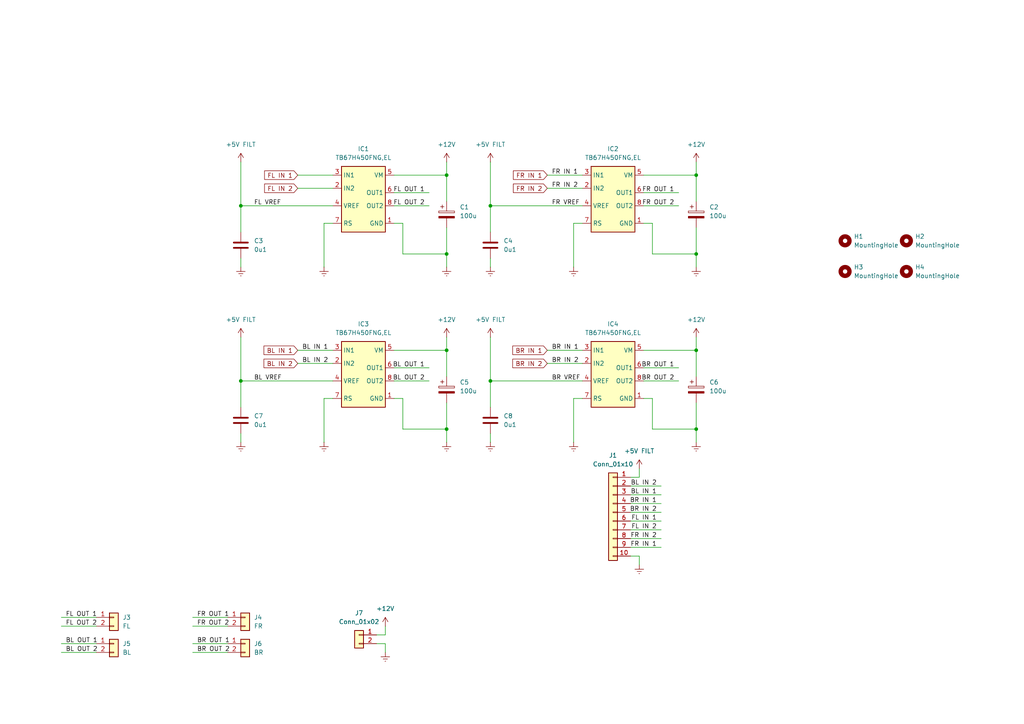
<source format=kicad_sch>
(kicad_sch (version 20231120) (generator "eeschema") (generator_version "8.0")
  (paper "A4")
  (lib_symbols
    (symbol "Connector_Generic:Conn_01x02" (pin_names (offset 1.016) hide)
      (property "Reference" "J" (at 0 2.54 0))
      (property "Value" "Conn_01x02" (at 0 -5.08 0))
      (symbol "Conn_01x02_1_1"
        (rectangle (start -1.27 -2.413) (end 0 -2.667) (stroke (width 0.1524)))
        (rectangle (start -1.27 0.127) (end 0 -0.127) (stroke (width 0.1524)))
        (rectangle (start -1.27 1.27) (end 1.27 -3.81) (stroke (width 0.254)) (fill (type background)))
        (pin passive line (at -5.08 0 0) (length 3.81) (name "Pin_1") (number "1"))
        (pin passive line (at -5.08 -2.54 0) (length 3.81) (name "Pin_2") (number "2"))
      )
    )
    (symbol "Connector_Generic:Conn_01x10" (pin_names (offset 1.016) hide)
      (property "Reference" "J" (at 0 12.7 0))
      (property "Value" "Conn_01x10" (at 0 -15.24 0))
      (symbol "Conn_01x10_1_1"
        (rectangle (start -1.27 -12.573) (end 0 -12.827) (stroke (width 0.1524)))
        (rectangle (start -1.27 -10.033) (end 0 -10.287) (stroke (width 0.1524)))
        (rectangle (start -1.27 -7.493) (end 0 -7.747) (stroke (width 0.1524)))
        (rectangle (start -1.27 -4.953) (end 0 -5.207) (stroke (width 0.1524)))
        (rectangle (start -1.27 -2.413) (end 0 -2.667) (stroke (width 0.1524)))
        (rectangle (start -1.27 0.127) (end 0 -0.127) (stroke (width 0.1524)))
        (rectangle (start -1.27 2.667) (end 0 2.413) (stroke (width 0.1524)))
        (rectangle (start -1.27 5.207) (end 0 4.953) (stroke (width 0.1524)))
        (rectangle (start -1.27 7.747) (end 0 7.493) (stroke (width 0.1524)))
        (rectangle (start -1.27 10.287) (end 0 10.033) (stroke (width 0.1524)))
        (rectangle (start -1.27 11.43) (end 1.27 -13.97) (stroke (width 0.254)) (fill (type background)))
        (pin passive line (at -5.08 10.16 0) (length 3.81) (name "Pin_1") (number "1"))
        (pin passive line (at -5.08 -12.7 0) (length 3.81) (name "Pin_10") (number "10"))
        (pin passive line (at -5.08 7.62 0) (length 3.81) (name "Pin_2") (number "2"))
        (pin passive line (at -5.08 5.08 0) (length 3.81) (name "Pin_3") (number "3"))
        (pin passive line (at -5.08 2.54 0) (length 3.81) (name "Pin_4") (number "4"))
        (pin passive line (at -5.08 0 0) (length 3.81) (name "Pin_5") (number "5"))
        (pin passive line (at -5.08 -2.54 0) (length 3.81) (name "Pin_6") (number "6"))
        (pin passive line (at -5.08 -5.08 0) (length 3.81) (name "Pin_7") (number "7"))
        (pin passive line (at -5.08 -7.62 0) (length 3.81) (name "Pin_8") (number "8"))
        (pin passive line (at -5.08 -10.16 0) (length 3.81) (name "Pin_9") (number "9"))
      )
    )
    (symbol "Device:C" (pin_numbers hide) (pin_names (offset 0.254))
      (property "Reference" "C" (at 0.635 2.54 0))
      (property "Value" "C" (at 0.635 -2.54 0))
      (symbol "C_0_1"
        (polyline (pts (xy -2.032 -0.762) (xy 2.032 -0.762)) (stroke (width 0.508)))
        (polyline (pts (xy -2.032 0.762) (xy 2.032 0.762)) (stroke (width 0.508)))
      )
      (symbol "C_1_1"
        (pin passive line (at 0 3.81 270) (length 2.794) (name "~") (number "1"))
        (pin passive line (at 0 -3.81 90) (length 2.794) (name "~") (number "2"))
      )
    )
    (symbol "Device:C_Polarized" (pin_numbers hide) (pin_names (offset 0.254))
      (property "Reference" "C" (at 0.635 2.54 0))
      (property "Value" "C_Polarized" (at 0.635 -2.54 0))
      (symbol "C_Polarized_0_1"
        (rectangle (start -2.286 0.508) (end 2.286 1.016))
        (polyline (pts (xy -1.778 2.286) (xy -0.762 2.286)))
        (polyline (pts (xy -1.27 2.794) (xy -1.27 1.778)))
        (rectangle (start 2.286 -0.508) (end -2.286 -1.016) (fill (type outline)))
      )
      (symbol "C_Polarized_1_1"
        (pin passive line (at 0 3.81 270) (length 2.794) (name "~") (number "1"))
        (pin passive line (at 0 -3.81 90) (length 2.794) (name "~") (number "2"))
      )
    )
    (symbol "Mechanical:MountingHole" (pin_names (offset 1.016)) (exclude_from_sim yes) (in_bom no)
      (property "Reference" "H" (at 0 5.08 0))
      (property "Value" "MountingHole" (at 0 3.175 0))
      (symbol "MountingHole_0_1"
        (circle (center 0 0) (radius 1.27) (stroke (width 1.27)))
      )
    )
    (symbol "power:+12V" (power) (pin_numbers hide) (pin_names (offset 0) hide)
      (property "Value" "+12V" (at 0 3.556 0))
      (symbol "+12V_0_1"
        (polyline (pts (xy -0.762 1.27) (xy 0 2.54)))
        (polyline (pts (xy 0 0) (xy 0 2.54)))
        (polyline (pts (xy 0 2.54) (xy 0.762 1.27)))
      )
      (symbol "+12V_1_1"
        (pin power_in line (at 0 0 90) (length 0) (name "~") (number "1"))
      )
    )
    (symbol "power:+5V" (power) (pin_numbers hide) (pin_names (offset 0) hide)
      (property "Value" "+5V" (at 0 3.556 0))
      (symbol "+5V_0_1"
        (polyline (pts (xy -0.762 1.27) (xy 0 2.54)))
        (polyline (pts (xy 0 0) (xy 0 2.54)))
        (polyline (pts (xy 0 2.54) (xy 0.762 1.27)))
      )
      (symbol "+5V_1_1"
        (pin power_in line (at 0 0 90) (length 0) (name "~") (number "1"))
      )
    )
    (symbol "power:GNDREF" (power) (pin_numbers hide) (pin_names (offset 0) hide)
      (property "Value" "GNDREF" (at 0 -3.81 0))
      (symbol "GNDREF_0_1"
        (polyline (pts (xy -0.635 -1.905) (xy 0.635 -1.905)))
        (polyline (pts (xy -0.127 -2.54) (xy 0.127 -2.54)))
        (polyline (pts (xy 0 -1.27) (xy 0 0)))
        (polyline (pts (xy 1.27 -1.27) (xy -1.27 -1.27)))
      )
      (symbol "GNDREF_1_1"
        (pin power_in line (at 0 0 270) (length 0) (name "~") (number "1"))
      )
    )
    (symbol "vincent:TB67H450FNG,EL"
      (property "Reference" "IC" (at 2.54 7.366 0))
      (property "Value" "TB67H450FNG,EL" (at 2.54 4.826 0))
      (symbol "TB67H450FNG,EL_1_1"
        (rectangle (start 2.54 2.54) (end 15.24 -16.51) (stroke (width 0.254)) (fill (type background)))
        (pin passive line (at 17.78 -13.97 180) (length 2.54) (name "GND") (number "1"))
        (pin passive line (at 0 -3.81 0) (length 2.54) (name "IN2") (number "2"))
        (pin passive line (at 0 0 0) (length 2.54) (name "IN1") (number "3"))
        (pin passive line (at 0 -8.89 0) (length 2.54) (name "VREF") (number "4"))
        (pin passive line (at 17.78 0 180) (length 2.54) (name "VM") (number "5"))
        (pin passive line (at 17.78 -5.08 180) (length 2.54) (name "OUT1") (number "6"))
        (pin passive line (at 0 -13.97 0) (length 2.54) (name "RS") (number "7"))
        (pin passive line (at 17.78 -8.89 180) (length 2.54) (name "OUT2") (number "8"))
        (pin passive line (at 17.78 -13.97 180) (length 2.54) hide (name "EP") (number "9"))
      )
    )
  )
  (junction (at 69.85 110.49))
  (junction (at 129.54 101.6))
  (junction (at 201.93 50.8))
  (junction (at 201.93 101.6))
  (junction (at 129.54 124.46))
  (junction (at 201.93 73.66))
  (junction (at 69.85 59.69))
  (junction (at 142.24 59.69))
  (junction (at 142.24 110.49))
  (junction (at 129.54 50.8))
  (junction (at 201.93 124.46))
  (junction (at 129.54 73.66))
  (wire (pts (xy 191.77 156.21) (xy 182.88 156.21)))
  (wire (pts (xy 189.23 73.66) (xy 201.93 73.66)))
  (wire (pts (xy 201.93 97.79) (xy 201.93 101.6)))
  (wire (pts (xy 168.91 50.8) (xy 158.75 50.8)))
  (wire (pts (xy 189.23 73.66) (xy 189.23 64.77)))
  (wire (pts (xy 201.93 109.22) (xy 201.93 101.6)))
  (wire (pts (xy 69.85 110.49) (xy 69.85 118.11)))
  (wire (pts (xy 55.88 181.61) (xy 66.04 181.61)))
  (wire (pts (xy 201.93 116.84) (xy 201.93 124.46)))
  (wire (pts (xy 142.24 110.49) (xy 142.24 118.11)))
  (wire (pts (xy 129.54 97.79) (xy 129.54 101.6)))
  (wire (pts (xy 69.85 46.99) (xy 69.85 59.69)))
  (wire (pts (xy 201.93 58.42) (xy 201.93 50.8)))
  (wire (pts (xy 55.88 179.07) (xy 66.04 179.07)))
  (wire (pts (xy 185.42 161.29) (xy 185.42 163.83)))
  (wire (pts (xy 129.54 73.66) (xy 129.54 77.47)))
  (wire (pts (xy 142.24 74.93) (xy 142.24 77.47)))
  (wire (pts (xy 96.52 54.61) (xy 86.36 54.61)))
  (wire (pts (xy 129.54 46.99) (xy 129.54 50.8)))
  (wire (pts (xy 116.84 73.66) (xy 116.84 64.77)))
  (wire (pts (xy 55.88 186.69) (xy 66.04 186.69)))
  (wire (pts (xy 142.24 125.73) (xy 142.24 128.27)))
  (wire (pts (xy 69.85 125.73) (xy 69.85 128.27)))
  (wire (pts (xy 96.52 115.57) (xy 93.98 115.57)))
  (wire (pts (xy 17.78 181.61) (xy 27.94 181.61)))
  (wire (pts (xy 129.54 66.04) (xy 129.54 73.66)))
  (wire (pts (xy 166.37 64.77) (xy 166.37 77.47)))
  (wire (pts (xy 69.85 110.49) (xy 96.52 110.49)))
  (wire (pts (xy 189.23 115.57) (xy 186.69 115.57)))
  (wire (pts (xy 93.98 64.77) (xy 93.98 77.47)))
  (wire (pts (xy 129.54 124.46) (xy 129.54 128.27)))
  (wire (pts (xy 96.52 64.77) (xy 93.98 64.77)))
  (wire (pts (xy 182.88 148.59) (xy 191.77 148.59)))
  (wire (pts (xy 17.78 179.07) (xy 27.94 179.07)))
  (wire (pts (xy 168.91 105.41) (xy 158.75 105.41)))
  (wire (pts (xy 55.88 189.23) (xy 66.04 189.23)))
  (wire (pts (xy 69.85 59.69) (xy 69.85 67.31)))
  (wire (pts (xy 17.78 189.23) (xy 27.94 189.23)))
  (wire (pts (xy 142.24 110.49) (xy 168.91 110.49)))
  (wire (pts (xy 186.69 59.69) (xy 196.85 59.69)))
  (wire (pts (xy 182.88 151.13) (xy 191.77 151.13)))
  (wire (pts (xy 69.85 74.93) (xy 69.85 77.47)))
  (wire (pts (xy 185.42 135.89) (xy 185.42 138.43)))
  (wire (pts (xy 182.88 161.29) (xy 185.42 161.29)))
  (wire (pts (xy 186.69 55.88) (xy 196.85 55.88)))
  (wire (pts (xy 114.3 106.68) (xy 124.46 106.68)))
  (wire (pts (xy 69.85 59.69) (xy 96.52 59.69)))
  (wire (pts (xy 201.93 124.46) (xy 201.93 128.27)))
  (wire (pts (xy 116.84 124.46) (xy 116.84 115.57)))
  (wire (pts (xy 186.69 106.68) (xy 196.85 106.68)))
  (wire (pts (xy 182.88 138.43) (xy 185.42 138.43)))
  (wire (pts (xy 129.54 58.42) (xy 129.54 50.8)))
  (wire (pts (xy 168.91 101.6) (xy 158.75 101.6)))
  (wire (pts (xy 142.24 97.79) (xy 142.24 110.49)))
  (wire (pts (xy 182.88 158.75) (xy 191.77 158.75)))
  (wire (pts (xy 109.22 184.15) (xy 111.76 184.15)))
  (wire (pts (xy 129.54 109.22) (xy 129.54 101.6)))
  (wire (pts (xy 111.76 181.61) (xy 111.76 184.15)))
  (wire (pts (xy 114.3 110.49) (xy 124.46 110.49)))
  (wire (pts (xy 114.3 59.69) (xy 124.46 59.69)))
  (wire (pts (xy 116.84 115.57) (xy 114.3 115.57)))
  (wire (pts (xy 96.52 105.41) (xy 86.36 105.41)))
  (wire (pts (xy 17.78 186.69) (xy 27.94 186.69)))
  (wire (pts (xy 189.23 124.46) (xy 201.93 124.46)))
  (wire (pts (xy 96.52 50.8) (xy 86.36 50.8)))
  (wire (pts (xy 189.23 124.46) (xy 189.23 115.57)))
  (wire (pts (xy 201.93 50.8) (xy 186.69 50.8)))
  (wire (pts (xy 129.54 116.84) (xy 129.54 124.46)))
  (wire (pts (xy 186.69 110.49) (xy 196.85 110.49)))
  (wire (pts (xy 166.37 115.57) (xy 166.37 128.27)))
  (wire (pts (xy 93.98 115.57) (xy 93.98 128.27)))
  (wire (pts (xy 182.88 153.67) (xy 191.77 153.67)))
  (wire (pts (xy 191.77 146.05) (xy 182.88 146.05)))
  (wire (pts (xy 201.93 46.99) (xy 201.93 50.8)))
  (wire (pts (xy 142.24 59.69) (xy 168.91 59.69)))
  (wire (pts (xy 114.3 55.88) (xy 124.46 55.88)))
  (wire (pts (xy 168.91 54.61) (xy 158.75 54.61)))
  (wire (pts (xy 116.84 73.66) (xy 129.54 73.66)))
  (wire (pts (xy 189.23 64.77) (xy 186.69 64.77)))
  (wire (pts (xy 109.22 186.69) (xy 111.76 186.69)))
  (wire (pts (xy 201.93 73.66) (xy 201.93 77.47)))
  (wire (pts (xy 116.84 64.77) (xy 114.3 64.77)))
  (wire (pts (xy 129.54 101.6) (xy 114.3 101.6)))
  (wire (pts (xy 168.91 115.57) (xy 166.37 115.57)))
  (wire (pts (xy 168.91 64.77) (xy 166.37 64.77)))
  (wire (pts (xy 191.77 140.97) (xy 182.88 140.97)))
  (wire (pts (xy 111.76 186.69) (xy 111.76 189.23)))
  (wire (pts (xy 201.93 66.04) (xy 201.93 73.66)))
  (wire (pts (xy 142.24 59.69) (xy 142.24 67.31)))
  (wire (pts (xy 142.24 46.99) (xy 142.24 59.69)))
  (wire (pts (xy 191.77 143.51) (xy 182.88 143.51)))
  (wire (pts (xy 116.84 124.46) (xy 129.54 124.46)))
  (wire (pts (xy 96.52 101.6) (xy 86.36 101.6)))
  (wire (pts (xy 129.54 50.8) (xy 114.3 50.8)))
  (wire (pts (xy 201.93 101.6) (xy 186.69 101.6)))
  (wire (pts (xy 69.85 97.79) (xy 69.85 110.49)))
  (label "FR OUT 2" (at 57.15 181.61 0))
  (label "FL OUT 2" (at 123.19 59.69 180))
  (label "FL OUT 1" (at 19.05 179.07 0))
  (label "BL OUT 2" (at 19.05 189.23 0))
  (label "FL VREF" (at 73.66 59.69 0))
  (label "FR IN 1" (at 160.02 50.8 0))
  (label "FR OUT 1" (at 195.58 55.88 180))
  (label "BR OUT 1" (at 195.58 106.68 180))
  (label "BR IN 2" (at 190.5 148.59 180))
  (label "BL IN 1" (at 190.5 143.51 180))
  (label "FL IN 1" (at 190.5 151.13 180))
  (label "FL OUT 2" (at 19.05 181.61 0))
  (label "BL IN 2" (at 190.5 140.97 180))
  (label "BL OUT 1" (at 123.19 106.68 180))
  (label "BR OUT 1" (at 57.15 186.69 0))
  (label "BR VREF" (at 160.02 110.49 0))
  (label "BL IN 2" (at 87.63 105.41 0))
  (label "FR VREF" (at 160.02 59.69 0))
  (label "FR IN 2" (at 190.5 156.21 180))
  (label "FL IN 2" (at 190.5 153.67 180))
  (label "BR IN 1" (at 160.02 101.6 0))
  (label "FR OUT 1" (at 57.15 179.07 0))
  (label "BL OUT 1" (at 19.05 186.69 0))
  (label "BR OUT 2" (at 57.15 189.23 0))
  (label "FL OUT 1" (at 123.19 55.88 180))
  (label "BL VREF" (at 73.66 110.49 0))
  (label "FR IN 1" (at 190.5 158.75 180))
  (label "BR OUT 2" (at 195.58 110.49 180))
  (label "BR IN 2" (at 160.02 105.41 0))
  (label "FR OUT 2" (at 195.58 59.69 180))
  (label "BL IN 1" (at 87.63 101.6 0))
  (label "FR IN 2" (at 160.02 54.61 0))
  (label "BL OUT 2" (at 123.19 110.49 180))
  (label "BR IN 1" (at 190.5 146.05 180))
  (global_label "FR IN 2" (shape input) (at 158.75 54.61 180) (property "Intersheetrefs" "${INTERSHEET_REFS}" (effects (hide yes))))
  (global_label "BR IN 2" (shape input) (at 158.75 105.41 180) (property "Intersheetrefs" "${INTERSHEET_REFS}" (effects (hide yes))))
  (global_label "FL IN 1" (shape input) (at 86.36 50.8 180) (property "Intersheetrefs" "${INTERSHEET_REFS}" (effects (hide yes))))
  (global_label "FL IN 2" (shape input) (at 86.36 54.61 180) (property "Intersheetrefs" "${INTERSHEET_REFS}" (effects (hide yes))))
  (global_label "BL IN 1" (shape input) (at 86.36 101.6 180) (property "Intersheetrefs" "${INTERSHEET_REFS}" (effects (hide yes))))
  (global_label "BL IN 2" (shape input) (at 86.36 105.41 180) (property "Intersheetrefs" "${INTERSHEET_REFS}" (effects (hide yes))))
  (global_label "BR IN 1" (shape input) (at 158.75 101.6 180) (property "Intersheetrefs" "${INTERSHEET_REFS}" (effects (hide yes))))
  (global_label "FR IN 1" (shape input) (at 158.75 50.8 180) (property "Intersheetrefs" "${INTERSHEET_REFS}" (effects (hide yes))))
  (symbol (lib_id "power:+12V") (at 129.54 97.79 0) (unit 1)
    (property "Reference" "#PWR012" (effects (hide yes)))
    (property "Value" "+12V" (at 129.54 92.71 0))
    (property "Description" "Power symbol creates a global label with name \"+12V\"" (effects (hide yes)))
  )
  (symbol (lib_id "power:GNDREF") (at 69.85 128.27 0) (unit 1)
    (property "Reference" "#PWR015" (effects (hide yes)))
    (property "Value" "GNDREF" (effects (hide yes)))
    (property "Description" "Power symbol creates a global label with name \"GNDREF\" , reference supply ground" (effects (hide yes)))
  )
  (symbol (lib_id "Mechanical:MountingHole") (at 262.89 78.74 0) (unit 1) (exclude_from_sim yes) (in_bom no)
    (property "Reference" "H4" (at 265.43 77.4699 0) (effects (justify left)))
    (property "Value" "MountingHole" (at 265.43 80.0099 0) (effects (justify left)))
    (property "Footprint" "MountingHole:MountingHole_3.2mm_M3_Pad" (effects (hide yes)))
    (property "Description" "Mounting Hole without connection" (effects (hide yes)))
  )
  (symbol (lib_id "Connector_Generic:Conn_01x02") (at 71.12 186.69 0) (unit 1)
    (property "Reference" "J6" (at 73.66 186.6899 0) (effects (justify left)))
    (property "Value" "BR" (at 73.66 189.2299 0) (effects (justify left)))
    (property "Footprint" "Connector_JST:JST_XH_B2B-XH-A_1x02_P2.50mm_Vertical" (effects (hide yes)))
    (property "Description" "Generic connector, single row, 01x02, script generated (kicad-library-utils/schlib/autogen/connector/)" (effects (hide yes)))
  )
  (symbol (lib_id "power:GNDREF") (at 185.42 163.83 0) (unit 1)
    (property "Reference" "#PWR028" (effects (hide yes)))
    (property "Value" "GNDREF" (effects (hide yes)))
    (property "Description" "Power symbol creates a global label with name \"GNDREF\" , reference supply ground" (effects (hide yes)))
  )
  (symbol (lib_id "power:+5V") (at 69.85 46.99 0) (unit 1)
    (property "Reference" "#PWR01" (effects (hide yes)))
    (property "Value" "+5V FILT" (at 69.85 41.91 0))
    (property "Description" "Power symbol creates a global label with name \"+5V\"" (effects (hide yes)))
  )
  (symbol (lib_id "power:GNDREF") (at 166.37 77.47 0) (unit 1)
    (property "Reference" "#PWR09" (effects (hide yes)))
    (property "Value" "GNDREF" (effects (hide yes)))
    (property "Description" "Power symbol creates a global label with name \"GNDREF\" , reference supply ground" (effects (hide yes)))
  )
  (symbol (lib_id "power:+5V") (at 142.24 46.99 0) (unit 1)
    (property "Reference" "#PWR03" (effects (hide yes)))
    (property "Value" "+5V FILT" (at 142.24 41.91 0))
    (property "Description" "Power symbol creates a global label with name \"+5V\"" (effects (hide yes)))
  )
  (symbol (lib_id "Mechanical:MountingHole") (at 262.89 69.85 0) (unit 1) (exclude_from_sim yes) (in_bom no)
    (property "Reference" "H2" (at 265.43 68.5799 0) (effects (justify left)))
    (property "Value" "MountingHole" (at 265.43 71.1199 0) (effects (justify left)))
    (property "Footprint" "MountingHole:MountingHole_3.2mm_M3_Pad" (effects (hide yes)))
    (property "Description" "Mounting Hole without connection" (effects (hide yes)))
  )
  (symbol (lib_id "power:+5V") (at 69.85 97.79 0) (unit 1)
    (property "Reference" "#PWR011" (effects (hide yes)))
    (property "Value" "+5V FILT" (at 69.85 92.71 0))
    (property "Description" "Power symbol creates a global label with name \"+5V\"" (effects (hide yes)))
  )
  (symbol (lib_id "Connector_Generic:Conn_01x10") (at 177.8 148.59 0) (mirror y) (unit 1)
    (property "Reference" "J1" (at 177.8 132.08 0))
    (property "Value" "Conn_01x10" (at 177.8 134.62 0))
    (property "Footprint" "Library:526101071" (effects (hide yes)))
    (property "Description" "Generic connector, single row, 01x10, script generated (kicad-library-utils/schlib/autogen/connector/)" (effects (hide yes)))
  )
  (symbol (lib_id "Device:C") (at 142.24 71.12 0) (unit 1)
    (property "Reference" "C4" (at 146.05 69.8499 0) (effects (justify left)))
    (property "Value" "0u1" (at 146.05 72.3899 0) (effects (justify left)))
    (property "Footprint" "Library:cap0603" (effects (hide yes)))
    (property "Description" "Unpolarized capacitor" (effects (hide yes)))
  )
  (symbol (lib_id "power:+5V") (at 142.24 97.79 0) (unit 1)
    (property "Reference" "#PWR013" (effects (hide yes)))
    (property "Value" "+5V FILT" (at 142.24 92.71 0))
    (property "Description" "Power symbol creates a global label with name \"+5V\"" (effects (hide yes)))
  )
  (symbol (lib_id "Device:C") (at 69.85 71.12 0) (unit 1)
    (property "Reference" "C3" (at 73.66 69.8499 0) (effects (justify left)))
    (property "Value" "0u1" (at 73.66 72.3899 0) (effects (justify left)))
    (property "Footprint" "Library:cap0603" (effects (hide yes)))
    (property "Description" "Unpolarized capacitor" (effects (hide yes)))
  )
  (symbol (lib_id "Device:C_Polarized") (at 129.54 62.23 0) (unit 1)
    (property "Reference" "C1" (at 133.35 60.0709 0) (effects (justify left)))
    (property "Value" "100u" (at 133.35 62.6109 0) (effects (justify left)))
    (property "Footprint" "Capacitor_THT:CP_Radial_D8.0mm_P3.50mm" (effects (hide yes)))
    (property "Description" "Polarized capacitor" (effects (hide yes)))
  )
  (symbol (lib_id "power:GNDREF") (at 69.85 77.47 0) (unit 1)
    (property "Reference" "#PWR05" (effects (hide yes)))
    (property "Value" "GNDREF" (effects (hide yes)))
    (property "Description" "Power symbol creates a global label with name \"GNDREF\" , reference supply ground" (effects (hide yes)))
  )
  (symbol (lib_id "power:+12V") (at 111.76 181.61 0) (unit 1)
    (property "Reference" "#PWR023" (effects (hide yes)))
    (property "Value" "+12V" (at 111.76 176.53 0))
    (property "Description" "Power symbol creates a global label with name \"+12V\"" (effects (hide yes)))
  )
  (symbol (lib_id "vincent:TB67H450FNG,EL") (at 96.52 50.8 0) (unit 1)
    (property "Reference" "IC1" (at 105.41 43.18 0))
    (property "Value" "TB67H450FNG,EL" (at 105.41 45.72 0))
    (property "Footprint" "Library:P-HSOP8-0405-1p27-001_TOS" (effects (hide yes)))
    (property "Datasheet" "http://toshiba.semicon-storage.com/info/docget.jsp?did=65346&prodName=TB67H450FNG" (effects (hide yes)))
    (property "Description" "Motor / Motion / Ignition Controllers & Drivers Brushed Motor Driver IC, 50V, 3.5A, TSSOP8 Package, PB-FREE" (effects (hide yes)))
    (property "Height" "1.75" (effects (hide yes)))
    (property "Mouser Part Number" "757-TB67H450FNGEL" (effects (hide yes)))
    (property "Mouser Price/Stock" "https://www.mouser.co.uk/ProductDetail/Toshiba/TB67H450FNGEL?qs=h6V4JsTaLXeReNg2bp0jug%3D%3D" (effects (hide yes)))
    (property "Manufacturer_Name" "Toshiba" (effects (hide yes)))
    (property "Manufacturer_Part_Number" "TB67H450FNG,EL" (effects (hide yes)))
  )
  (symbol (lib_id "Device:C_Polarized") (at 201.93 113.03 0) (unit 1)
    (property "Reference" "C6" (at 205.74 110.8709 0) (effects (justify left)))
    (property "Value" "100u" (at 205.74 113.4109 0) (effects (justify left)))
    (property "Footprint" "Capacitor_THT:CP_Radial_D8.0mm_P3.50mm" (effects (hide yes)))
    (property "Description" "Polarized capacitor" (effects (hide yes)))
  )
  (symbol (lib_id "power:+12V") (at 201.93 97.79 0) (unit 1)
    (property "Reference" "#PWR014" (effects (hide yes)))
    (property "Value" "+12V" (at 201.93 92.71 0))
    (property "Description" "Power symbol creates a global label with name \"+12V\"" (effects (hide yes)))
  )
  (symbol (lib_id "Connector_Generic:Conn_01x02") (at 71.12 179.07 0) (unit 1)
    (property "Reference" "J4" (at 73.66 179.0699 0) (effects (justify left)))
    (property "Value" "FR" (at 73.66 181.6099 0) (effects (justify left)))
    (property "Footprint" "Connector_JST:JST_XH_B2B-XH-A_1x02_P2.50mm_Vertical" (effects (hide yes)))
    (property "Description" "Generic connector, single row, 01x02, script generated (kicad-library-utils/schlib/autogen/connector/)" (effects (hide yes)))
  )
  (symbol (lib_id "Mechanical:MountingHole") (at 245.11 69.85 0) (unit 1) (exclude_from_sim yes) (in_bom no)
    (property "Reference" "H1" (at 247.65 68.5799 0) (effects (justify left)))
    (property "Value" "MountingHole" (at 247.65 71.1199 0) (effects (justify left)))
    (property "Footprint" "MountingHole:MountingHole_3.2mm_M3_Pad" (effects (hide yes)))
    (property "Description" "Mounting Hole without connection" (effects (hide yes)))
  )
  (symbol (lib_id "Connector_Generic:Conn_01x02") (at 33.02 186.69 0) (unit 1)
    (property "Reference" "J5" (at 35.56 186.6899 0) (effects (justify left)))
    (property "Value" "BL" (at 35.56 189.2299 0) (effects (justify left)))
    (property "Footprint" "Connector_JST:JST_XH_B2B-XH-A_1x02_P2.50mm_Vertical" (effects (hide yes)))
    (property "Description" "Generic connector, single row, 01x02, script generated (kicad-library-utils/schlib/autogen/connector/)" (effects (hide yes)))
  )
  (symbol (lib_id "power:GNDREF") (at 166.37 128.27 0) (unit 1)
    (property "Reference" "#PWR019" (effects (hide yes)))
    (property "Value" "GNDREF" (effects (hide yes)))
    (property "Description" "Power symbol creates a global label with name \"GNDREF\" , reference supply ground" (effects (hide yes)))
  )
  (symbol (lib_id "power:GNDREF") (at 201.93 128.27 0) (unit 1)
    (property "Reference" "#PWR020" (effects (hide yes)))
    (property "Value" "GNDREF" (effects (hide yes)))
    (property "Description" "Power symbol creates a global label with name \"GNDREF\" , reference supply ground" (effects (hide yes)))
  )
  (symbol (lib_id "Connector_Generic:Conn_01x02") (at 33.02 179.07 0) (unit 1)
    (property "Reference" "J3" (at 35.56 179.0699 0) (effects (justify left)))
    (property "Value" "FL" (at 35.56 181.6099 0) (effects (justify left)))
    (property "Footprint" "Connector_JST:JST_XH_B2B-XH-A_1x02_P2.50mm_Vertical" (effects (hide yes)))
    (property "Description" "Generic connector, single row, 01x02, script generated (kicad-library-utils/schlib/autogen/connector/)" (effects (hide yes)))
  )
  (symbol (lib_id "power:+12V") (at 129.54 46.99 0) (unit 1)
    (property "Reference" "#PWR02" (effects (hide yes)))
    (property "Value" "+12V" (at 129.54 41.91 0))
    (property "Description" "Power symbol creates a global label with name \"+12V\"" (effects (hide yes)))
  )
  (symbol (lib_id "Device:C_Polarized") (at 129.54 113.03 0) (unit 1)
    (property "Reference" "C5" (at 133.35 110.8709 0) (effects (justify left)))
    (property "Value" "100u" (at 133.35 113.4109 0) (effects (justify left)))
    (property "Footprint" "Capacitor_THT:CP_Radial_D8.0mm_P3.50mm" (effects (hide yes)))
    (property "Description" "Polarized capacitor" (effects (hide yes)))
  )
  (symbol (lib_id "power:GNDREF") (at 111.76 189.23 0) (unit 1)
    (property "Reference" "#PWR024" (effects (hide yes)))
    (property "Value" "GNDREF" (effects (hide yes)))
    (property "Description" "Power symbol creates a global label with name \"GNDREF\" , reference supply ground" (effects (hide yes)))
  )
  (symbol (lib_id "vincent:TB67H450FNG,EL") (at 168.91 50.8 0) (unit 1)
    (property "Reference" "IC2" (at 177.8 43.18 0))
    (property "Value" "TB67H450FNG,EL" (at 177.8 45.72 0))
    (property "Footprint" "Library:P-HSOP8-0405-1p27-001_TOS" (effects (hide yes)))
    (property "Datasheet" "http://toshiba.semicon-storage.com/info/docget.jsp?did=65346&prodName=TB67H450FNG" (effects (hide yes)))
    (property "Description" "Motor / Motion / Ignition Controllers & Drivers Brushed Motor Driver IC, 50V, 3.5A, TSSOP8 Package, PB-FREE" (effects (hide yes)))
    (property "Height" "1.75" (effects (hide yes)))
    (property "Mouser Part Number" "757-TB67H450FNGEL" (effects (hide yes)))
    (property "Mouser Price/Stock" "https://www.mouser.co.uk/ProductDetail/Toshiba/TB67H450FNGEL?qs=h6V4JsTaLXeReNg2bp0jug%3D%3D" (effects (hide yes)))
    (property "Manufacturer_Name" "Toshiba" (effects (hide yes)))
    (property "Manufacturer_Part_Number" "TB67H450FNG,EL" (effects (hide yes)))
  )
  (symbol (lib_id "vincent:TB67H450FNG,EL") (at 168.91 101.6 0) (unit 1)
    (property "Reference" "IC4" (at 177.8 93.98 0))
    (property "Value" "TB67H450FNG,EL" (at 177.8 96.52 0))
    (property "Footprint" "Library:P-HSOP8-0405-1p27-001_TOS" (effects (hide yes)))
    (property "Datasheet" "http://toshiba.semicon-storage.com/info/docget.jsp?did=65346&prodName=TB67H450FNG" (effects (hide yes)))
    (property "Description" "Motor / Motion / Ignition Controllers & Drivers Brushed Motor Driver IC, 50V, 3.5A, TSSOP8 Package, PB-FREE" (effects (hide yes)))
    (property "Height" "1.75" (effects (hide yes)))
    (property "Mouser Part Number" "757-TB67H450FNGEL" (effects (hide yes)))
    (property "Mouser Price/Stock" "https://www.mouser.co.uk/ProductDetail/Toshiba/TB67H450FNGEL?qs=h6V4JsTaLXeReNg2bp0jug%3D%3D" (effects (hide yes)))
    (property "Manufacturer_Name" "Toshiba" (effects (hide yes)))
    (property "Manufacturer_Part_Number" "TB67H450FNG,EL" (effects (hide yes)))
  )
  (symbol (lib_id "vincent:TB67H450FNG,EL") (at 96.52 101.6 0) (unit 1)
    (property "Reference" "IC3" (at 105.41 93.98 0))
    (property "Value" "TB67H450FNG,EL" (at 105.41 96.52 0))
    (property "Footprint" "Library:P-HSOP8-0405-1p27-001_TOS" (effects (hide yes)))
    (property "Datasheet" "http://toshiba.semicon-storage.com/info/docget.jsp?did=65346&prodName=TB67H450FNG" (effects (hide yes)))
    (property "Description" "Motor / Motion / Ignition Controllers & Drivers Brushed Motor Driver IC, 50V, 3.5A, TSSOP8 Package, PB-FREE" (effects (hide yes)))
    (property "Height" "1.75" (effects (hide yes)))
    (property "Mouser Part Number" "757-TB67H450FNGEL" (effects (hide yes)))
    (property "Mouser Price/Stock" "https://www.mouser.co.uk/ProductDetail/Toshiba/TB67H450FNGEL?qs=h6V4JsTaLXeReNg2bp0jug%3D%3D" (effects (hide yes)))
    (property "Manufacturer_Name" "Toshiba" (effects (hide yes)))
    (property "Manufacturer_Part_Number" "TB67H450FNG,EL" (effects (hide yes)))
  )
  (symbol (lib_id "power:GNDREF") (at 129.54 77.47 0) (unit 1)
    (property "Reference" "#PWR07" (effects (hide yes)))
    (property "Value" "GNDREF" (effects (hide yes)))
    (property "Description" "Power symbol creates a global label with name \"GNDREF\" , reference supply ground" (effects (hide yes)))
  )
  (symbol (lib_id "power:GNDREF") (at 142.24 128.27 0) (unit 1)
    (property "Reference" "#PWR018" (effects (hide yes)))
    (property "Value" "GNDREF" (effects (hide yes)))
    (property "Description" "Power symbol creates a global label with name \"GNDREF\" , reference supply ground" (effects (hide yes)))
  )
  (symbol (lib_id "Mechanical:MountingHole") (at 245.11 78.74 0) (unit 1) (exclude_from_sim yes) (in_bom no)
    (property "Reference" "H3" (at 247.65 77.4699 0) (effects (justify left)))
    (property "Value" "MountingHole" (at 247.65 80.0099 0) (effects (justify left)))
    (property "Footprint" "MountingHole:MountingHole_3.2mm_M3_Pad" (effects (hide yes)))
    (property "Description" "Mounting Hole without connection" (effects (hide yes)))
  )
  (symbol (lib_id "power:GNDREF") (at 93.98 77.47 0) (unit 1)
    (property "Reference" "#PWR06" (effects (hide yes)))
    (property "Value" "GNDREF" (effects (hide yes)))
    (property "Description" "Power symbol creates a global label with name \"GNDREF\" , reference supply ground" (effects (hide yes)))
  )
  (symbol (lib_id "power:GNDREF") (at 142.24 77.47 0) (unit 1)
    (property "Reference" "#PWR08" (effects (hide yes)))
    (property "Value" "GNDREF" (effects (hide yes)))
    (property "Description" "Power symbol creates a global label with name \"GNDREF\" , reference supply ground" (effects (hide yes)))
  )
  (symbol (lib_id "Connector_Generic:Conn_01x02") (at 104.14 184.15 0) (mirror y) (unit 1)
    (property "Reference" "J7" (at 104.14 177.8 0))
    (property "Value" "Conn_01x02" (at 104.14 180.34 0))
    (property "Footprint" "Library:xt30-f" (effects (hide yes)))
    (property "Description" "Generic connector, single row, 01x02, script generated (kicad-library-utils/schlib/autogen/connector/)" (effects (hide yes)))
  )
  (symbol (lib_id "power:GNDREF") (at 201.93 77.47 0) (unit 1)
    (property "Reference" "#PWR010" (effects (hide yes)))
    (property "Value" "GNDREF" (effects (hide yes)))
    (property "Description" "Power symbol creates a global label with name \"GNDREF\" , reference supply ground" (effects (hide yes)))
  )
  (symbol (lib_id "power:GNDREF") (at 93.98 128.27 0) (unit 1)
    (property "Reference" "#PWR016" (effects (hide yes)))
    (property "Value" "GNDREF" (effects (hide yes)))
    (property "Description" "Power symbol creates a global label with name \"GNDREF\" , reference supply ground" (effects (hide yes)))
  )
  (symbol (lib_id "power:GNDREF") (at 129.54 128.27 0) (unit 1)
    (property "Reference" "#PWR017" (effects (hide yes)))
    (property "Value" "GNDREF" (effects (hide yes)))
    (property "Description" "Power symbol creates a global label with name \"GNDREF\" , reference supply ground" (effects (hide yes)))
  )
  (symbol (lib_id "Device:C") (at 142.24 121.92 0) (unit 1)
    (property "Reference" "C8" (at 146.05 120.6499 0) (effects (justify left)))
    (property "Value" "0u1" (at 146.05 123.1899 0) (effects (justify left)))
    (property "Footprint" "Library:cap0603" (effects (hide yes)))
    (property "Description" "Unpolarized capacitor" (effects (hide yes)))
  )
  (symbol (lib_id "power:+5V") (at 185.42 135.89 0) (unit 1)
    (property "Reference" "#PWR027" (effects (hide yes)))
    (property "Value" "+5V FILT" (at 185.42 130.81 0))
    (property "Description" "Power symbol creates a global label with name \"+5V\"" (effects (hide yes)))
  )
  (symbol (lib_id "Device:C") (at 69.85 121.92 0) (unit 1)
    (property "Reference" "C7" (at 73.66 120.6499 0) (effects (justify left)))
    (property "Value" "0u1" (at 73.66 123.1899 0) (effects (justify left)))
    (property "Footprint" "Library:cap0603" (effects (hide yes)))
    (property "Description" "Unpolarized capacitor" (effects (hide yes)))
  )
  (symbol (lib_id "power:+12V") (at 201.93 46.99 0) (unit 1)
    (property "Reference" "#PWR04" (effects (hide yes)))
    (property "Value" "+12V" (at 201.93 41.91 0))
    (property "Description" "Power symbol creates a global label with name \"+12V\"" (effects (hide yes)))
  )
  (symbol (lib_id "Device:C_Polarized") (at 201.93 62.23 0) (unit 1)
    (property "Reference" "C2" (at 205.74 60.0709 0) (effects (justify left)))
    (property "Value" "100u" (at 205.74 62.6109 0) (effects (justify left)))
    (property "Footprint" "Capacitor_THT:CP_Radial_D8.0mm_P3.50mm" (effects (hide yes)))
    (property "Description" "Polarized capacitor" (effects (hide yes)))
  )
)
</source>
